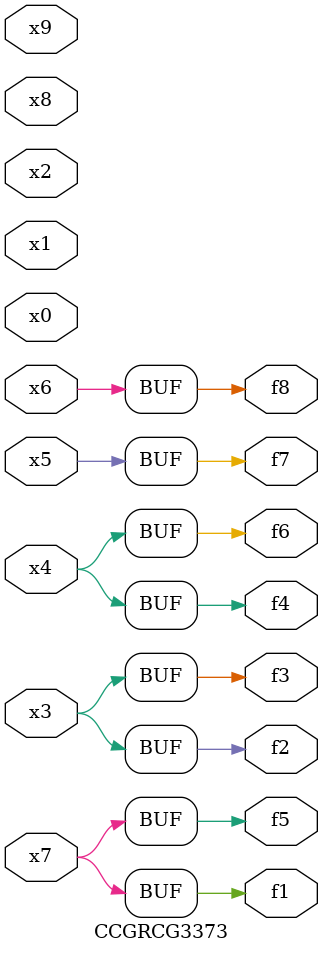
<source format=v>
module CCGRCG3373(
	input x0, x1, x2, x3, x4, x5, x6, x7, x8, x9,
	output f1, f2, f3, f4, f5, f6, f7, f8
);
	assign f1 = x7;
	assign f2 = x3;
	assign f3 = x3;
	assign f4 = x4;
	assign f5 = x7;
	assign f6 = x4;
	assign f7 = x5;
	assign f8 = x6;
endmodule

</source>
